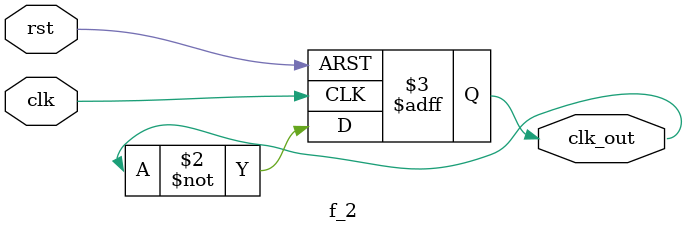
<source format=v>
module f_2(input clk,rst,output reg clk_out);
  always @(posedge clk or posedge rst) begin
    if(rst)
      clk_out<=0;
    else
      clk_out=~clk_out;
  end
endmodule

</source>
